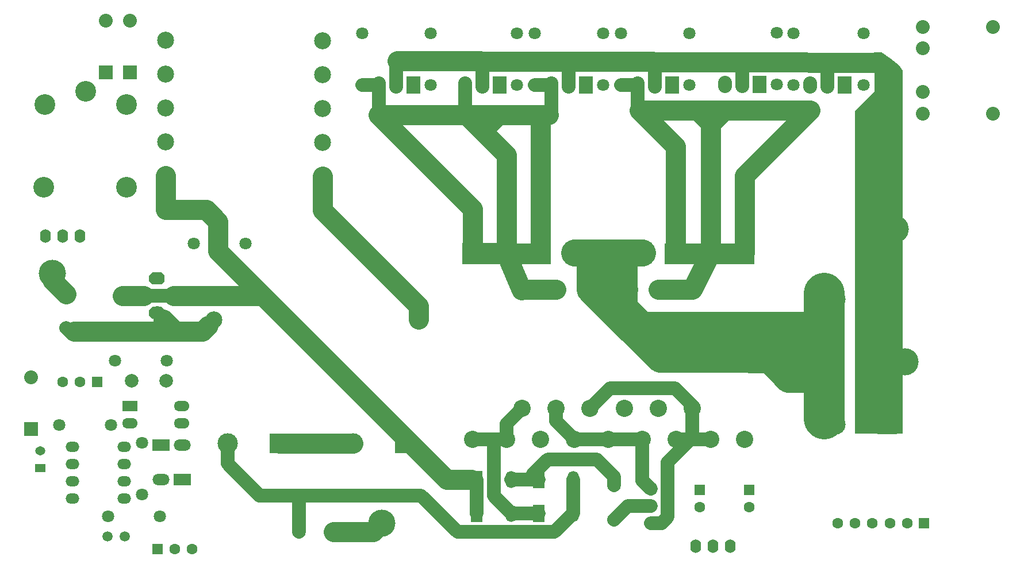
<source format=gbl>
%FSLAX24Y24*%
%MOIN*%
G70*
G01*
G75*
G04 Layer_Physical_Order=2*
G04 Layer_Color=16711680*
%ADD10C,0.0472*%
%ADD11C,0.0591*%
%ADD12C,0.0394*%
%ADD13C,0.0709*%
%ADD14C,0.1575*%
%ADD15C,0.0800*%
%ADD16C,0.1000*%
%ADD17R,0.0650X0.1000*%
%ADD18O,0.0650X0.1000*%
%ADD19R,0.0630X0.0630*%
%ADD20C,0.0630*%
%ADD21R,0.0800X0.1000*%
%ADD22O,0.0800X0.1000*%
%ADD23C,0.0984*%
%ADD24R,0.0800X0.0800*%
%ADD25O,0.0630X0.0787*%
%ADD26C,0.1200*%
%ADD27R,0.0630X0.0630*%
%ADD28R,0.1181X0.1181*%
%ADD29C,0.1181*%
%ADD30C,0.0787*%
%ADD31R,0.0900X0.0600*%
%ADD32O,0.0900X0.0600*%
%ADD33O,0.0787X0.0591*%
%ADD34O,0.1000X0.0650*%
%ADD35R,0.1000X0.0650*%
%ADD36C,0.0591*%
%ADD37R,0.0591X0.0512*%
%ADD38O,0.0591X0.0512*%
G04:AMPARAMS|DCode=39|XSize=70mil|YSize=90mil|CornerRadius=0mil|HoleSize=0mil|Usage=FLASHONLY|Rotation=90.000|XOffset=0mil|YOffset=0mil|HoleType=Round|Shape=Octagon|*
%AMOCTAGOND39*
4,1,8,-0.0450,-0.0175,-0.0450,0.0175,-0.0275,0.0350,0.0275,0.0350,0.0450,0.0175,0.0450,-0.0175,0.0275,-0.0350,-0.0275,-0.0350,-0.0450,-0.0175,0.0*
%
%ADD39OCTAGOND39*%

%ADD40C,0.0787*%
%ADD41C,0.1575*%
%ADD42C,0.2362*%
%ADD43C,0.1181*%
G36*
X36457Y16811D02*
Y16732D01*
X37047Y16142D01*
X46142D01*
X46473Y12561D01*
X39291Y12598D01*
X36427Y15561D01*
X36339Y15472D01*
X35000Y16811D01*
X34449D01*
Y18425D01*
X33937Y18937D01*
X36457D01*
Y16811D01*
D02*
G37*
G36*
X31417Y20079D02*
Y18898D01*
X26299D01*
Y20118D01*
X31417Y20079D01*
D02*
G37*
G36*
X51102Y30827D02*
X51614Y30433D01*
X51811Y30118D01*
Y9094D01*
X51772Y9055D01*
X49055D01*
Y27795D01*
X50197Y28937D01*
X50157Y31181D01*
X50591D01*
X51102Y30827D01*
D02*
G37*
G36*
X46890Y12559D02*
X46535Y11890D01*
X46473Y12561D01*
X46890Y12559D01*
D02*
G37*
G36*
X27895Y26199D02*
X26735Y27557D01*
X29215D01*
X27895Y26199D01*
D02*
G37*
G36*
X42283Y27756D02*
X42244D01*
X42244Y27756D01*
X42283Y27756D01*
D02*
G37*
G36*
X43228Y20039D02*
Y18898D01*
X38031D01*
Y20079D01*
X43268D01*
X43228Y20039D01*
D02*
G37*
G36*
X40669Y26181D02*
X39213Y27756D01*
X42244D01*
X40669Y26181D01*
D02*
G37*
D13*
X35472Y29291D02*
D03*
Y32291D02*
D03*
X20472Y29291D02*
D03*
Y32291D02*
D03*
X30472Y29291D02*
D03*
Y32291D02*
D03*
X45472Y29291D02*
D03*
Y32291D02*
D03*
X10709Y20079D02*
D03*
X13709D02*
D03*
X24441Y32291D02*
D03*
Y29291D02*
D03*
X29457Y32291D02*
D03*
Y29291D02*
D03*
X34441Y32291D02*
D03*
Y29291D02*
D03*
X39457Y32291D02*
D03*
Y29291D02*
D03*
X44535Y32331D02*
D03*
Y29331D02*
D03*
X49567Y32291D02*
D03*
Y29291D02*
D03*
X9142Y13307D02*
D03*
X6142D02*
D03*
X7717Y5543D02*
D03*
Y8543D02*
D03*
X2906Y9567D02*
D03*
X5906D02*
D03*
X8748Y4252D02*
D03*
X5748D02*
D03*
D14*
X45118Y14409D02*
D03*
X45197Y12362D02*
D03*
X21614Y3858D02*
D03*
X51968Y13228D02*
D03*
X51378Y20945D02*
D03*
X2520Y18346D02*
D03*
D15*
X57047Y27638D02*
D03*
Y32677D02*
D03*
X52992Y31417D02*
D03*
Y32677D02*
D03*
Y28898D02*
D03*
Y27638D02*
D03*
X7008Y33043D02*
D03*
X5630D02*
D03*
X1299Y12335D02*
D03*
D16*
X37638Y10532D02*
D03*
X39606D02*
D03*
X35669D02*
D03*
X33701D02*
D03*
X31732D02*
D03*
X29764D02*
D03*
Y17421D02*
D03*
X31732D02*
D03*
X33701D02*
D03*
X35669D02*
D03*
X39606D02*
D03*
X37638D02*
D03*
X26890Y19547D02*
D03*
X28858D02*
D03*
X30827D02*
D03*
X32795D02*
D03*
X40669D02*
D03*
X38701D02*
D03*
X36732D02*
D03*
X34764D02*
D03*
X42638D02*
D03*
X34764Y8720D02*
D03*
X36732D02*
D03*
X38701D02*
D03*
X40669D02*
D03*
X32795D02*
D03*
X30827D02*
D03*
X28858D02*
D03*
X26890D02*
D03*
X42638D02*
D03*
X6575Y17047D02*
D03*
D17*
X30706Y4430D02*
D03*
X27132Y4430D02*
D03*
X30706Y6398D02*
D03*
X27132D02*
D03*
D18*
X32706Y4430D02*
D03*
X29132Y4430D02*
D03*
X32706Y6398D02*
D03*
X29132D02*
D03*
D19*
X40055Y5807D02*
D03*
X42913Y5787D02*
D03*
X37205Y5866D02*
D03*
D20*
X40055Y4807D02*
D03*
X42913Y4787D02*
D03*
X37205Y3866D02*
D03*
Y4866D02*
D03*
X51069Y3878D02*
D03*
X52069D02*
D03*
X50068D02*
D03*
X49068D02*
D03*
X48068D02*
D03*
X9622Y2362D02*
D03*
X10622D02*
D03*
X4118Y12047D02*
D03*
X3118D02*
D03*
D21*
X48457Y29291D02*
D03*
X43535Y29331D02*
D03*
X38457Y29291D02*
D03*
X23457D02*
D03*
X28457D02*
D03*
X33457D02*
D03*
D22*
X47457D02*
D03*
X46457D02*
D03*
X42535Y29331D02*
D03*
X41535D02*
D03*
X37457Y29291D02*
D03*
X36457D02*
D03*
X22457D02*
D03*
X21457D02*
D03*
X27457D02*
D03*
X26457D02*
D03*
X32457D02*
D03*
X31457D02*
D03*
D23*
X18183Y22026D02*
D03*
Y23994D02*
D03*
Y27931D02*
D03*
Y25963D02*
D03*
Y29900D02*
D03*
Y31869D02*
D03*
X9094Y31890D02*
D03*
Y29921D02*
D03*
Y25984D02*
D03*
Y27953D02*
D03*
Y24016D02*
D03*
Y22047D02*
D03*
X11890Y15669D02*
D03*
X23701D02*
D03*
D24*
X7008Y30043D02*
D03*
X5630D02*
D03*
X1299Y9335D02*
D03*
D25*
X41827Y2520D02*
D03*
X40827D02*
D03*
X39827D02*
D03*
X4110Y20512D02*
D03*
X3110D02*
D03*
X2110D02*
D03*
D26*
X4449Y28937D02*
D03*
X6811Y23346D02*
D03*
X2011D02*
D03*
X6811Y28150D02*
D03*
X2087D02*
D03*
D27*
X53068Y3878D02*
D03*
X8622Y2362D02*
D03*
X5118Y12047D02*
D03*
D28*
X15669Y8504D02*
D03*
X22953D02*
D03*
X50906Y9606D02*
D03*
Y16850D02*
D03*
D29*
X12677Y8504D02*
D03*
X19961D02*
D03*
X47913Y9606D02*
D03*
Y16850D02*
D03*
D30*
X18819Y3346D02*
D03*
X16811D02*
D03*
X3307Y15197D02*
D03*
Y17165D02*
D03*
X7126Y12126D02*
D03*
X9126D02*
D03*
X35079Y6063D02*
D03*
Y4063D02*
D03*
D31*
X7033Y10669D02*
D03*
D32*
Y9669D02*
D03*
X10033D02*
D03*
Y10669D02*
D03*
D33*
X6697Y8311D02*
D03*
Y7311D02*
D03*
Y6311D02*
D03*
Y5311D02*
D03*
X3697D02*
D03*
Y6311D02*
D03*
Y7311D02*
D03*
Y8311D02*
D03*
D34*
X8811Y6396D02*
D03*
X10039Y8402D02*
D03*
D35*
X8811Y8396D02*
D03*
X10039Y6402D02*
D03*
D36*
X6720Y3110D02*
D03*
X5720D02*
D03*
D37*
X1811Y7059D02*
D03*
D38*
Y8059D02*
D03*
D39*
X8575Y16047D02*
D03*
Y17047D02*
D03*
Y18047D02*
D03*
D40*
X29132Y6398D02*
X30706D01*
X28110Y5451D02*
X29132Y4430D01*
X28110Y5451D02*
Y8720D01*
X28858D01*
X26890D02*
X28110D01*
X26024Y3346D02*
X31623D01*
X29132Y4430D02*
X30706D01*
X32706D02*
Y6398D01*
X35079Y6063D02*
Y6575D01*
X28858Y8720D02*
Y9626D01*
X29764Y10532D01*
X31457Y27756D02*
Y29291D01*
X26457Y27638D02*
Y29291D01*
X30472D02*
X31457D01*
X47457D02*
Y30604D01*
X37457Y29291D02*
Y30604D01*
X27457Y29291D02*
Y30604D01*
X22457Y29291D02*
Y30604D01*
X35472Y29291D02*
X36457D01*
X20472D02*
X21457D01*
X33701Y10532D02*
X33733D01*
X34764Y8720D02*
X36732D01*
X30393Y6712D02*
X31240Y7559D01*
X34094D02*
X35079Y6575D01*
X31240Y7559D02*
X34094D01*
X35079Y4063D02*
X35855Y4839D01*
X35882Y4866D02*
X37205D01*
X36732Y6339D02*
X37205Y5866D01*
X36732Y6339D02*
Y8720D01*
X37205Y3866D02*
X37843D01*
X38701Y8720D02*
X39508D01*
X31732Y9783D02*
Y10532D01*
Y9783D02*
X32795Y8720D01*
X34764D01*
X39606Y8819D02*
Y10532D01*
Y10709D01*
X39508Y8720D02*
X39606D01*
X40669D01*
X33701Y10532D02*
X34862Y11693D01*
X38622D01*
X39606Y10709D01*
X37843Y3866D02*
X38189Y4213D01*
Y7402D01*
X39508Y8720D01*
X42535Y29331D02*
Y30624D01*
X26811Y6398D02*
X27132D01*
Y4430D02*
Y6398D01*
X31623Y3346D02*
X32706Y4430D01*
X12677Y7315D02*
X14520Y5472D01*
X23898D02*
X26024Y3346D01*
X21457Y27953D02*
Y29291D01*
X32457D02*
Y30604D01*
X36457Y27874D02*
Y29291D01*
X16811Y5472D02*
X23898D01*
X14520D02*
X16811D01*
Y3346D02*
Y5472D01*
X12677Y7315D02*
Y8504D01*
X8583Y17063D02*
X9567D01*
X8583Y16063D02*
X8622D01*
X8583D02*
X8937Y15709D01*
X11561Y15341D02*
X11929Y15709D01*
X3307Y15197D02*
X3504Y15000D01*
X7833Y17063D02*
X8583D01*
D41*
X34764Y19547D02*
X36732D01*
X32795D02*
X34764D01*
X33701Y17421D02*
Y19449D01*
Y17421D02*
X35669D01*
X37736Y13386D02*
X44055D01*
X35561Y15561D02*
X37736Y13386D01*
X33701Y17421D02*
X35561Y15561D01*
X44055Y13386D02*
X45197Y12244D01*
X47262D01*
X50906Y16850D02*
Y17900D01*
X50984D02*
Y17979D01*
X50906Y17900D02*
X50984Y17979D01*
D42*
X47262Y9942D02*
Y12244D01*
X47239Y17225D02*
X47262Y17202D01*
Y12244D02*
Y17202D01*
D43*
X25374Y6398D02*
X26811D01*
X15669Y8504D02*
X19961D01*
X18183Y22026D02*
Y23994D01*
X9567Y17063D02*
X14709D01*
X18183Y22026D02*
X23740Y16469D01*
Y15709D02*
Y16469D01*
X12126Y19646D02*
X14709Y17063D01*
X12126Y19646D02*
Y21378D01*
X18819Y3346D02*
X21102D01*
X21614Y3858D01*
X11457Y22047D02*
X12126Y21378D01*
X9094Y22047D02*
X11457D01*
X9094D02*
Y24016D01*
X14709Y17063D02*
X25374Y6398D01*
X22534Y30681D02*
X32457Y30653D01*
X42535Y30624D01*
X50140Y30602D01*
X37638Y17421D02*
X39606D01*
X29764D02*
X31732D01*
X42638Y24016D02*
X46457Y27835D01*
X42638Y19547D02*
Y24016D01*
X36559Y27835D02*
X46457D01*
X30827Y19547D02*
Y27087D01*
X36559Y27835D02*
X38661Y25732D01*
X28858Y19547D02*
Y25236D01*
X26535Y27559D02*
X31299D01*
X26535D02*
X28858Y25236D01*
X26457Y27638D02*
X26535Y27559D01*
X26890Y19547D02*
Y22087D01*
X21457Y27520D02*
X26890Y22087D01*
X21417Y27559D02*
X26535D01*
X38661Y19547D02*
Y25732D01*
X40669Y19547D02*
Y27756D01*
X39606Y17421D02*
X40669Y19547D01*
X28819Y19528D02*
X29724Y17402D01*
X40669Y19508D02*
Y27717D01*
X8937Y15709D02*
X9646Y15000D01*
X11220D01*
X11561Y15341D01*
X6583Y17063D02*
X7833D01*
X3780Y15000D02*
X9646D01*
X2520Y17953D02*
Y18346D01*
Y17953D02*
X3307Y17165D01*
M02*

</source>
